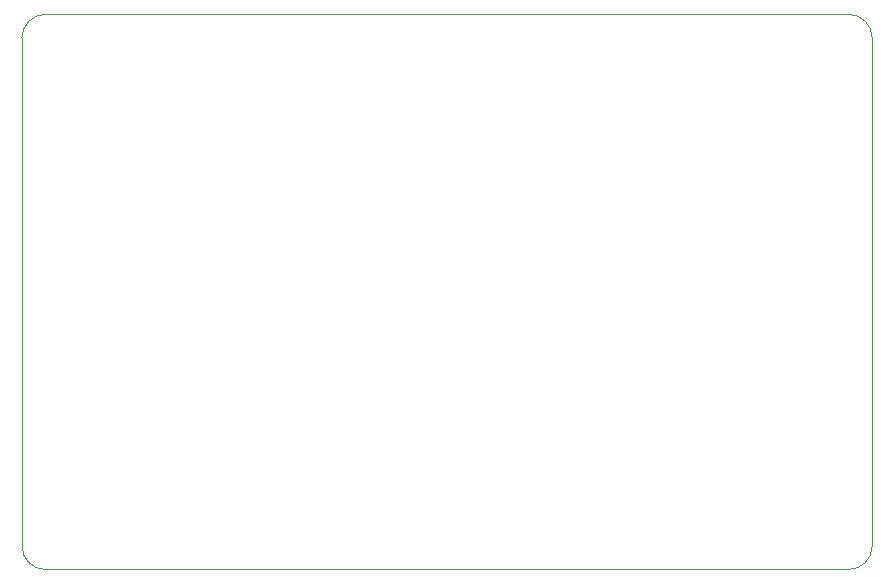
<source format=gm1>
G04 #@! TF.GenerationSoftware,KiCad,Pcbnew,(6.0.4)*
G04 #@! TF.CreationDate,2023-12-01T10:37:55+09:00*
G04 #@! TF.ProjectId,ftr105,66747231-3035-42e6-9b69-6361645f7063,Ver.1.1*
G04 #@! TF.SameCoordinates,PX55d4a80PY5f5e100*
G04 #@! TF.FileFunction,Profile,NP*
%FSLAX46Y46*%
G04 Gerber Fmt 4.6, Leading zero omitted, Abs format (unit mm)*
G04 Created by KiCad (PCBNEW (6.0.4)) date 2023-12-01 10:37:55*
%MOMM*%
%LPD*%
G01*
G04 APERTURE LIST*
G04 #@! TA.AperFunction,Profile*
%ADD10C,0.100000*%
G04 #@! TD*
G04 APERTURE END LIST*
D10*
X0Y2000000D02*
X0Y45000000D01*
X2000000Y47000000D02*
X70000000Y47000000D01*
X70000000Y0D02*
X2000000Y0D01*
X72000000Y45000000D02*
G75*
G03*
X70000000Y47000000I-2000000J0D01*
G01*
X72000000Y45000000D02*
X72000000Y2000000D01*
X0Y2000000D02*
G75*
G03*
X2000000Y0I2000000J0D01*
G01*
X2000000Y47000000D02*
G75*
G03*
X0Y45000000I0J-2000000D01*
G01*
X70000000Y0D02*
G75*
G03*
X72000000Y2000000I0J2000000D01*
G01*
M02*

</source>
